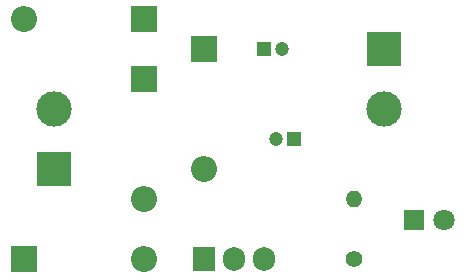
<source format=gbr>
%TF.GenerationSoftware,KiCad,Pcbnew,(6.0.9)*%
%TF.CreationDate,2023-01-25T05:46:05+05:30*%
%TF.ProjectId,PowerSupply,506f7765-7253-4757-9070-6c792e6b6963,rev?*%
%TF.SameCoordinates,Original*%
%TF.FileFunction,Copper,L2,Bot*%
%TF.FilePolarity,Positive*%
%FSLAX46Y46*%
G04 Gerber Fmt 4.6, Leading zero omitted, Abs format (unit mm)*
G04 Created by KiCad (PCBNEW (6.0.9)) date 2023-01-25 05:46:05*
%MOMM*%
%LPD*%
G01*
G04 APERTURE LIST*
%TA.AperFunction,ComponentPad*%
%ADD10R,1.200000X1.200000*%
%TD*%
%TA.AperFunction,ComponentPad*%
%ADD11C,1.200000*%
%TD*%
%TA.AperFunction,ComponentPad*%
%ADD12R,1.905000X2.000000*%
%TD*%
%TA.AperFunction,ComponentPad*%
%ADD13O,1.905000X2.000000*%
%TD*%
%TA.AperFunction,ComponentPad*%
%ADD14C,1.400000*%
%TD*%
%TA.AperFunction,ComponentPad*%
%ADD15O,1.400000X1.400000*%
%TD*%
%TA.AperFunction,ComponentPad*%
%ADD16R,3.000000X3.000000*%
%TD*%
%TA.AperFunction,ComponentPad*%
%ADD17C,3.000000*%
%TD*%
%TA.AperFunction,ComponentPad*%
%ADD18R,2.200000X2.200000*%
%TD*%
%TA.AperFunction,ComponentPad*%
%ADD19O,2.200000X2.200000*%
%TD*%
%TA.AperFunction,ComponentPad*%
%ADD20R,1.800000X1.800000*%
%TD*%
%TA.AperFunction,ComponentPad*%
%ADD21C,1.800000*%
%TD*%
G04 APERTURE END LIST*
D10*
%TO.P,C1,1*%
%TO.N,Net-(C1-Pad1)*%
X129540000Y-86360000D03*
D11*
%TO.P,C1,2*%
%TO.N,Net-(C1-Pad2)*%
X131040000Y-86360000D03*
%TD*%
D12*
%TO.P,U1,1,VI*%
%TO.N,Net-(C1-Pad1)*%
X124460000Y-104140000D03*
D13*
%TO.P,U1,2,GND*%
%TO.N,Net-(C1-Pad2)*%
X127000000Y-104140000D03*
%TO.P,U1,3,VO*%
%TO.N,Net-(C2-Pad1)*%
X129540000Y-104140000D03*
%TD*%
D14*
%TO.P,R1,1*%
%TO.N,Net-(C2-Pad1)*%
X137160000Y-104140000D03*
D15*
%TO.P,R1,2*%
%TO.N,Net-(D5-Pad2)*%
X137160000Y-99060000D03*
%TD*%
D16*
%TO.P,J2,1,Pin_1*%
%TO.N,Net-(C2-Pad1)*%
X139700000Y-86360000D03*
D17*
%TO.P,J2,2,Pin_2*%
%TO.N,Net-(C1-Pad2)*%
X139700000Y-91440000D03*
%TD*%
D18*
%TO.P,D4,1,K*%
%TO.N,Net-(C1-Pad1)*%
X119380000Y-88900000D03*
D19*
%TO.P,D4,2,A*%
%TO.N,Net-(D2-Pad1)*%
X119380000Y-99060000D03*
%TD*%
D18*
%TO.P,D1,1,K*%
%TO.N,Net-(D1-Pad1)*%
X109220000Y-104140000D03*
D19*
%TO.P,D1,2,A*%
%TO.N,Net-(C1-Pad2)*%
X119380000Y-104140000D03*
%TD*%
D20*
%TO.P,D5,1,K*%
%TO.N,Net-(C1-Pad2)*%
X142240000Y-100830000D03*
D21*
%TO.P,D5,2,A*%
%TO.N,Net-(D5-Pad2)*%
X144780000Y-100830000D03*
%TD*%
D10*
%TO.P,C2,1*%
%TO.N,Net-(C2-Pad1)*%
X132080000Y-93980000D03*
D11*
%TO.P,C2,2*%
%TO.N,Net-(C1-Pad2)*%
X130580000Y-93980000D03*
%TD*%
D16*
%TO.P,J1,1,Pin_1*%
%TO.N,Net-(D2-Pad1)*%
X111760000Y-96520000D03*
D17*
%TO.P,J1,2,Pin_2*%
%TO.N,Net-(D1-Pad1)*%
X111760000Y-91440000D03*
%TD*%
D18*
%TO.P,D3,1,K*%
%TO.N,Net-(C1-Pad1)*%
X119380000Y-83820000D03*
D19*
%TO.P,D3,2,A*%
%TO.N,Net-(D1-Pad1)*%
X109220000Y-83820000D03*
%TD*%
D18*
%TO.P,D2,1,K*%
%TO.N,Net-(D2-Pad1)*%
X124460000Y-86360000D03*
D19*
%TO.P,D2,2,A*%
%TO.N,Net-(C1-Pad2)*%
X124460000Y-96520000D03*
%TD*%
M02*

</source>
